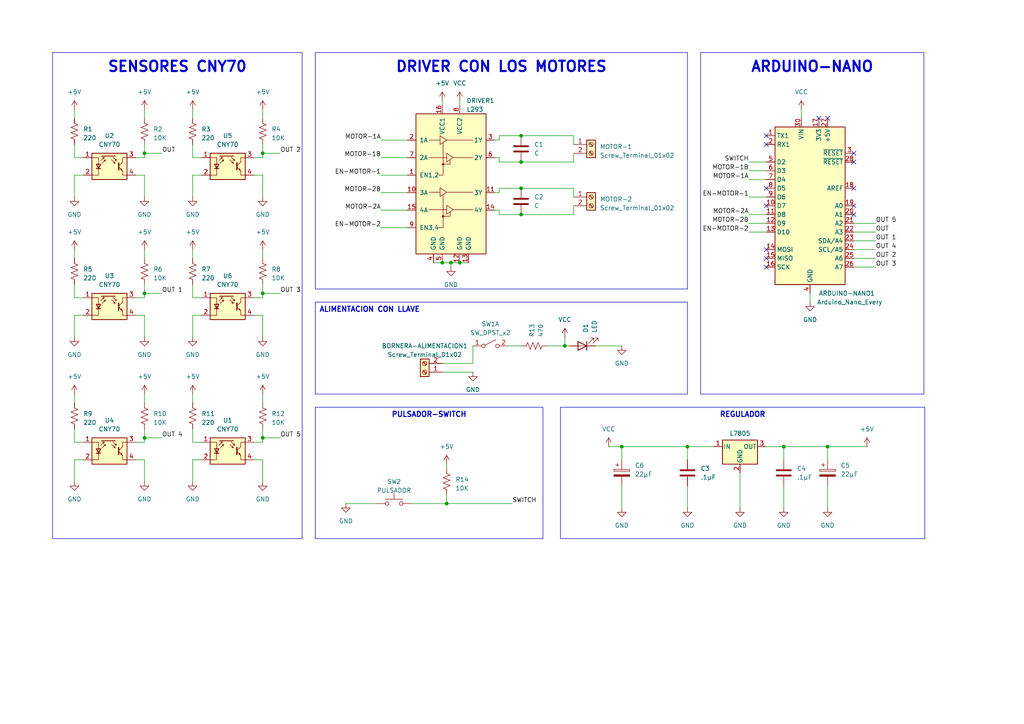
<source format=kicad_sch>
(kicad_sch (version 20231120) (generator "eeschema") (generator_version "8.0")
  (paper "A4")
  (lib_symbols
    (symbol "+5V_2" (power) (pin_numbers hide) (pin_names (offset 0) hide)
      (property "Value" "+5V" (at 0 3.556 0))
      (symbol "+5V_2_0_1"
        (polyline (pts (xy -0.762 1.27) (xy 0 2.54)))
        (polyline (pts (xy 0 0) (xy 0 2.54)))
        (polyline (pts (xy 0 2.54) (xy 0.762 1.27)))
      )
      (symbol "+5V_2_1_1"
        (pin power_in line (at 0 0 90) (length 0) (name "~") (number "1"))
      )
    )
    (symbol "+5V_3" (power) (pin_numbers hide) (pin_names (offset 0) hide)
      (property "Value" "+5V" (at 0 3.556 0))
      (symbol "+5V_3_0_1"
        (polyline (pts (xy -0.762 1.27) (xy 0 2.54)))
        (polyline (pts (xy 0 0) (xy 0 2.54)))
        (polyline (pts (xy 0 2.54) (xy 0.762 1.27)))
      )
      (symbol "+5V_3_1_1"
        (pin power_in line (at 0 0 90) (length 0) (name "~") (number "1"))
      )
    )
    (symbol "Connector:Screw_Terminal_01x02" (pin_names (offset 1.016) hide)
      (property "Reference" "J" (at 0 2.54 0))
      (property "Value" "Screw_Terminal_01x02" (at 0 -5.08 0))
      (symbol "Screw_Terminal_01x02_1_1"
        (rectangle (start -1.27 1.27) (end 1.27 -3.81) (stroke (width 0.254)) (fill (type background)))
        (circle (center 0 -2.54) (radius 0.635) (stroke (width 0.1524)))
        (polyline (pts (xy -0.5334 -2.2098) (xy 0.3302 -3.048)) (stroke (width 0.1524)))
        (polyline (pts (xy -0.5334 0.3302) (xy 0.3302 -0.508)) (stroke (width 0.1524)))
        (polyline (pts (xy -0.3556 -2.032) (xy 0.508 -2.8702)) (stroke (width 0.1524)))
        (polyline (pts (xy -0.3556 0.508) (xy 0.508 -0.3302)) (stroke (width 0.1524)))
        (circle (center 0 0) (radius 0.635) (stroke (width 0.1524)))
        (pin passive line (at -5.08 0 0) (length 3.81) (name "Pin_1") (number "1"))
        (pin passive line (at -5.08 -2.54 0) (length 3.81) (name "Pin_2") (number "2"))
      )
    )
    (symbol "Device:C" (pin_numbers hide) (pin_names (offset 0.254))
      (property "Reference" "C" (at 0.635 2.54 0))
      (property "Value" "C" (at 0.635 -2.54 0))
      (symbol "C_0_1"
        (polyline (pts (xy -2.032 -0.762) (xy 2.032 -0.762)) (stroke (width 0.508)))
        (polyline (pts (xy -2.032 0.762) (xy 2.032 0.762)) (stroke (width 0.508)))
      )
      (symbol "C_1_1"
        (pin passive line (at 0 3.81 270) (length 2.794) (name "~") (number "1"))
        (pin passive line (at 0 -3.81 90) (length 2.794) (name "~") (number "2"))
      )
    )
    (symbol "Device:C_Polarized" (pin_numbers hide) (pin_names (offset 0.254))
      (property "Reference" "C" (at 0.635 2.54 0))
      (property "Value" "C_Polarized" (at 0.635 -2.54 0))
      (symbol "C_Polarized_0_1"
        (rectangle (start -2.286 0.508) (end 2.286 1.016))
        (polyline (pts (xy -1.778 2.286) (xy -0.762 2.286)))
        (polyline (pts (xy -1.27 2.794) (xy -1.27 1.778)))
        (rectangle (start 2.286 -0.508) (end -2.286 -1.016) (fill (type outline)))
      )
      (symbol "C_Polarized_1_1"
        (pin passive line (at 0 3.81 270) (length 2.794) (name "~") (number "1"))
        (pin passive line (at 0 -3.81 90) (length 2.794) (name "~") (number "2"))
      )
    )
    (symbol "Device:LED" (pin_numbers hide) (pin_names (offset 1.016) hide)
      (property "Reference" "D" (at 0 2.54 0))
      (property "Value" "LED" (at 0 -2.54 0))
      (symbol "LED_0_1"
        (polyline (pts (xy -1.27 -1.27) (xy -1.27 1.27)) (stroke (width 0.254)))
        (polyline (pts (xy -1.27 0) (xy 1.27 0)))
        (polyline (pts (xy 1.27 -1.27) (xy 1.27 1.27) (xy -1.27 0) (xy 1.27 -1.27)) (stroke (width 0.254)))
        (polyline (pts (xy -3.048 -0.762) (xy -4.572 -2.286) (xy -3.81 -2.286) (xy -4.572 -2.286) (xy -4.572 -1.524)))
        (polyline (pts (xy -1.778 -0.762) (xy -3.302 -2.286) (xy -2.54 -2.286) (xy -3.302 -2.286) (xy -3.302 -1.524)))
      )
      (symbol "LED_1_1"
        (pin passive line (at -3.81 0 0) (length 2.54) (name "K") (number "1"))
        (pin passive line (at 3.81 0 180) (length 2.54) (name "A") (number "2"))
      )
    )
    (symbol "Device:R_US" (pin_numbers hide) (pin_names (offset 0))
      (property "Reference" "R" (at 2.54 0 90))
      (property "Value" "R_US" (at -2.54 0 90))
      (symbol "R_US_0_1"
        (polyline (pts (xy 0 -2.286) (xy 0 -2.54)))
        (polyline (pts (xy 0 2.286) (xy 0 2.54)))
        (polyline (pts (xy 0 -0.762) (xy 1.016 -1.143) (xy 0 -1.524) (xy -1.016 -1.905) (xy 0 -2.286)))
        (polyline (pts (xy 0 0.762) (xy 1.016 0.381) (xy 0 0) (xy -1.016 -0.381) (xy 0 -0.762)))
        (polyline (pts (xy 0 2.286) (xy 1.016 1.905) (xy 0 1.524) (xy -1.016 1.143) (xy 0 0.762)))
      )
      (symbol "R_US_1_1"
        (pin passive line (at 0 3.81 270) (length 1.27) (name "~") (number "1"))
        (pin passive line (at 0 -3.81 90) (length 1.27) (name "~") (number "2"))
      )
    )
    (symbol "Driver_Motor:L293" (pin_names (offset 1.016))
      (property "Reference" "U" (at -5.08 26.035 0))
      (property "Value" "L293" (at -5.08 24.13 0))
      (symbol "L293_0_1"
        (rectangle (start -10.16 22.86) (end 10.16 -17.78) (stroke (width 0.254)) (fill (type background)))
        (circle (center -2.286 -6.858) (radius 0.254) (fill (type outline)))
        (circle (center -2.286 8.255) (radius 0.254) (fill (type outline)))
        (polyline (pts (xy -6.35 -4.953) (xy -1.27 -4.953)))
        (polyline (pts (xy -6.35 0.127) (xy -3.175 0.127)))
        (polyline (pts (xy -6.35 10.16) (xy -1.27 10.16)))
        (polyline (pts (xy -6.35 15.24) (xy -3.175 15.24)))
        (polyline (pts (xy -1.27 0.127) (xy 6.35 0.127)))
        (polyline (pts (xy -1.27 15.24) (xy 6.35 15.24)))
        (polyline (pts (xy 0.635 -4.953) (xy 6.35 -4.953)))
        (polyline (pts (xy 0.635 10.16) (xy 6.35 10.16)))
        (polyline (pts (xy -2.286 -6.858) (xy -0.254 -6.858) (xy -0.254 -5.588)))
        (polyline (pts (xy -2.286 -0.635) (xy -2.286 -10.16) (xy -3.556 -10.16)))
        (polyline (pts (xy -2.286 8.255) (xy -0.254 8.255) (xy -0.254 9.525)))
        (polyline (pts (xy -2.286 14.478) (xy -2.286 5.08) (xy -3.556 5.08)))
        (polyline (pts (xy -3.175 1.397) (xy -3.175 -1.143) (xy -1.27 0.127) (xy -3.175 1.397)))
        (polyline (pts (xy -3.175 16.51) (xy -3.175 13.97) (xy -1.27 15.24) (xy -3.175 16.51)))
        (polyline (pts (xy -1.27 -3.683) (xy -1.27 -6.223) (xy 0.635 -4.953) (xy -1.27 -3.683)))
        (polyline (pts (xy -1.27 11.43) (xy -1.27 8.89) (xy 0.635 10.16) (xy -1.27 11.43)))
      )
      (symbol "L293_1_1"
        (pin input line (at -12.7 5.08 0) (length 2.54) (name "EN1,2") (number "1"))
        (pin input line (at -12.7 0 0) (length 2.54) (name "3A") (number "10"))
        (pin output line (at 12.7 0 180) (length 2.54) (name "3Y") (number "11"))
        (pin power_in line (at 2.54 -20.32 90) (length 2.54) (name "GND") (number "12"))
        (pin power_in line (at 5.08 -20.32 90) (length 2.54) (name "GND") (number "13"))
        (pin output line (at 12.7 -5.08 180) (length 2.54) (name "4Y") (number "14"))
        (pin input line (at -12.7 -5.08 0) (length 2.54) (name "4A") (number "15"))
        (pin power_in line (at -2.54 25.4 270) (length 2.54) (name "VCC1") (number "16"))
        (pin input line (at -12.7 15.24 0) (length 2.54) (name "1A") (number "2"))
        (pin output line (at 12.7 15.24 180) (length 2.54) (name "1Y") (number "3"))
        (pin power_in line (at -5.08 -20.32 90) (length 2.54) (name "GND") (number "4"))
        (pin power_in line (at -2.54 -20.32 90) (length 2.54) (name "GND") (number "5"))
        (pin output line (at 12.7 10.16 180) (length 2.54) (name "2Y") (number "6"))
        (pin input line (at -12.7 10.16 0) (length 2.54) (name "2A") (number "7"))
        (pin power_in line (at 2.54 25.4 270) (length 2.54) (name "VCC2") (number "8"))
        (pin input line (at -12.7 -10.16 0) (length 2.54) (name "EN3,4") (number "9"))
      )
    )
    (symbol "GND_2" (power) (pin_numbers hide) (pin_names (offset 0) hide)
      (property "Value" "GND" (at 0 -3.81 0))
      (symbol "GND_2_0_1"
        (polyline (pts (xy 0 0) (xy 0 -1.27) (xy 1.27 -1.27) (xy 0 -2.54) (xy -1.27 -1.27) (xy 0 -1.27)))
      )
      (symbol "GND_2_1_1"
        (pin power_in line (at 0 0 270) (length 0) (name "~") (number "1"))
      )
    )
    (symbol "GND_5" (power) (pin_numbers hide) (pin_names (offset 0) hide)
      (property "Value" "GND" (at 0 -3.81 0))
      (symbol "GND_5_0_1"
        (polyline (pts (xy 0 0) (xy 0 -1.27) (xy 1.27 -1.27) (xy 0 -2.54) (xy -1.27 -1.27) (xy 0 -1.27)))
      )
      (symbol "GND_5_1_1"
        (pin power_in line (at 0 0 270) (length 0) (name "~") (number "1"))
      )
    )
    (symbol "GND_6" (power) (pin_numbers hide) (pin_names (offset 0) hide)
      (property "Value" "GND" (at 0 -3.81 0))
      (symbol "GND_6_0_1"
        (polyline (pts (xy 0 0) (xy 0 -1.27) (xy 1.27 -1.27) (xy 0 -2.54) (xy -1.27 -1.27) (xy 0 -1.27)))
      )
      (symbol "GND_6_1_1"
        (pin power_in line (at 0 0 270) (length 0) (name "~") (number "1"))
      )
    )
    (symbol "GND_7" (power) (pin_numbers hide) (pin_names (offset 0) hide)
      (property "Value" "GND" (at 0 -3.81 0))
      (symbol "GND_7_0_1"
        (polyline (pts (xy 0 0) (xy 0 -1.27) (xy 1.27 -1.27) (xy 0 -2.54) (xy -1.27 -1.27) (xy 0 -1.27)))
      )
      (symbol "GND_7_1_1"
        (pin power_in line (at 0 0 270) (length 0) (name "~") (number "1"))
      )
    )
    (symbol "MCU_Module:Arduino_Nano_Every"
      (property "Reference" "A" (at -10.16 23.495 0))
      (property "Value" "Arduino_Nano_Every" (at 5.08 -24.13 0))
      (symbol "Arduino_Nano_Every_0_1"
        (rectangle (start -10.16 22.86) (end 10.16 -22.86) (stroke (width 0.254)) (fill (type background)))
      )
      (symbol "Arduino_Nano_Every_1_1"
        (pin bidirectional line (at -12.7 20.32 0) (length 2.54) (name "TX1") (number "1"))
        (pin bidirectional line (at -12.7 0 0) (length 2.54) (name "D7") (number "10"))
        (pin bidirectional line (at -12.7 -2.54 0) (length 2.54) (name "D8") (number "11"))
        (pin bidirectional line (at -12.7 -5.08 0) (length 2.54) (name "D9") (number "12"))
        (pin bidirectional line (at -12.7 -7.62 0) (length 2.54) (name "D10") (number "13"))
        (pin bidirectional line (at -12.7 -12.7 0) (length 2.54) (name "MOSI") (number "14"))
        (pin bidirectional line (at -12.7 -15.24 0) (length 2.54) (name "MISO") (number "15"))
        (pin bidirectional line (at -12.7 -17.78 0) (length 2.54) (name "SCK") (number "16"))
        (pin power_out line (at 2.54 25.4 270) (length 2.54) (name "3V3") (number "17"))
        (pin input line (at 12.7 5.08 180) (length 2.54) (name "AREF") (number "18"))
        (pin bidirectional line (at 12.7 0 180) (length 2.54) (name "A0") (number "19"))
        (pin bidirectional line (at -12.7 17.78 0) (length 2.54) (name "RX1") (number "2"))
        (pin bidirectional line (at 12.7 -2.54 180) (length 2.54) (name "A1") (number "20"))
        (pin bidirectional line (at 12.7 -5.08 180) (length 2.54) (name "A2") (number "21"))
        (pin bidirectional line (at 12.7 -7.62 180) (length 2.54) (name "A3") (number "22"))
        (pin bidirectional line (at 12.7 -10.16 180) (length 2.54) (name "SDA/A4") (number "23"))
        (pin bidirectional line (at 12.7 -12.7 180) (length 2.54) (name "SCL/A5") (number "24"))
        (pin bidirectional line (at 12.7 -15.24 180) (length 2.54) (name "A6") (number "25"))
        (pin bidirectional line (at 12.7 -17.78 180) (length 2.54) (name "A7") (number "26"))
        (pin power_out line (at 5.08 25.4 270) (length 2.54) (name "+5V") (number "27"))
        (pin input line (at 12.7 12.7 180) (length 2.54) (name "~{RESET}") (number "28"))
        (pin passive line (at 0 -25.4 90) (length 2.54) hide (name "GND") (number "29"))
        (pin input line (at 12.7 15.24 180) (length 2.54) (name "~{RESET}") (number "3"))
        (pin power_in line (at -2.54 25.4 270) (length 2.54) (name "VIN") (number "30"))
        (pin power_in line (at 0 -25.4 90) (length 2.54) (name "GND") (number "4"))
        (pin bidirectional line (at -12.7 12.7 0) (length 2.54) (name "D2") (number "5"))
        (pin bidirectional line (at -12.7 10.16 0) (length 2.54) (name "D3") (number "6"))
        (pin bidirectional line (at -12.7 7.62 0) (length 2.54) (name "D4") (number "7"))
        (pin bidirectional line (at -12.7 5.08 0) (length 2.54) (name "D5") (number "8"))
        (pin bidirectional line (at -12.7 2.54 0) (length 2.54) (name "D6") (number "9"))
      )
    )
    (symbol "Regulator_Linear:L7805" (pin_names (offset 0.254))
      (property "Reference" "U" (at -3.81 3.175 0))
      (property "Value" "L7805" (at 0 3.175 0))
      (symbol "L7805_0_1"
        (rectangle (start -5.08 1.905) (end 5.08 -5.08) (stroke (width 0.254)) (fill (type background)))
      )
      (symbol "L7805_1_1"
        (pin power_in line (at -7.62 0 0) (length 2.54) (name "IN") (number "1"))
        (pin power_in line (at 0 -7.62 90) (length 2.54) (name "GND") (number "2"))
        (pin power_out line (at 7.62 0 180) (length 2.54) (name "OUT") (number "3"))
      )
    )
    (symbol "Sensor_Proximity:CNY70" (pin_names (offset 1.016) hide)
      (property "Reference" "U" (at -5.08 5.08 0))
      (property "Value" "CNY70" (at 5.08 5.08 0))
      (symbol "CNY70_0_1"
        (polyline (pts (xy -3.81 -0.635) (xy -2.54 -0.635)) (stroke (width 0.254)))
        (polyline (pts (xy -2.286 2.921) (xy -2.032 3.175)))
        (polyline (pts (xy -1.778 2.921) (xy -1.524 3.175)))
        (polyline (pts (xy -1.524 2.667) (xy -1.651 2.159)))
        (polyline (pts (xy -1.27 2.921) (xy -1.016 3.175)))
        (polyline (pts (xy -1.143 1.905) (xy -1.27 1.397)))
        (polyline (pts (xy -0.762 2.921) (xy -0.508 3.175)))
        (polyline (pts (xy -0.254 2.921) (xy 0 3.175)))
        (polyline (pts (xy 0.254 2.921) (xy 0.508 3.175)))
        (polyline (pts (xy 0.762 2.921) (xy 1.016 3.175)))
        (polyline (pts (xy 1.27 2.921) (xy 1.524 3.175)))
        (polyline (pts (xy 1.651 0.889) (xy 1.143 1.016)))
        (polyline (pts (xy 1.778 2.921) (xy -2.413 2.921)))
        (polyline (pts (xy 2.032 1.651) (xy 1.524 1.778)))
        (polyline (pts (xy 2.667 -0.127) (xy 3.81 -1.27)))
        (polyline (pts (xy 2.667 0.127) (xy 3.81 1.27)))
        (polyline (pts (xy -2.54 1.651) (xy -1.524 2.667) (xy -2.032 2.54)))
        (polyline (pts (xy -2.159 0.889) (xy -1.143 1.905) (xy -1.651 1.778)))
        (polyline (pts (xy 0.635 1.905) (xy 1.651 0.889) (xy 1.524 1.397)))
        (polyline (pts (xy 1.016 2.667) (xy 2.032 1.651) (xy 1.905 2.159)))
        (polyline (pts (xy 2.667 1.016) (xy 2.667 -1.016) (xy 2.667 -1.016)) (stroke (width 0.3556)))
        (polyline (pts (xy 3.81 -1.27) (xy 3.81 -2.54) (xy 5.08 -2.54)))
        (polyline (pts (xy 3.81 1.27) (xy 3.81 2.54) (xy 5.08 2.54)))
        (polyline (pts (xy -5.08 -2.54) (xy -3.175 -2.54) (xy -3.175 2.54) (xy -5.08 2.54)))
        (polyline (pts (xy -3.175 -0.635) (xy -3.81 0.635) (xy -2.54 0.635) (xy -3.175 -0.635)) (stroke (width 0.254)))
        (polyline (pts (xy 3.683 -1.143) (xy 3.429 -0.635) (xy 3.175 -0.889) (xy 3.683 -1.143)))
        (polyline (pts (xy -5.08 -3.81) (xy 5.08 -3.81) (xy 5.08 3.81) (xy -5.08 3.81) (xy -5.08 -3.81)) (stroke (width 0.254)) (fill (type background)))
      )
      (symbol "CNY70_1_1"
        (pin passive line (at -7.62 2.54 0) (length 2.54) (name "A") (number "1"))
        (pin passive line (at -7.62 -2.54 0) (length 2.54) (name "K") (number "2"))
        (pin open_collector line (at 7.62 2.54 180) (length 2.54) (name "C") (number "3"))
        (pin open_emitter line (at 7.62 -2.54 180) (length 2.54) (name "E") (number "4"))
      )
    )
    (symbol "Switch:SW_DPST_x2" (pin_names (offset 0) hide)
      (property "Reference" "SW" (at 0 3.175 0))
      (property "Value" "SW_DPST_x2" (at 0 -2.54 0))
      (symbol "SW_DPST_x2_0_0"
        (circle (center -2.032 0) (radius 0.508))
        (polyline (pts (xy -1.524 0.254) (xy 1.524 1.778)))
        (circle (center 2.032 0) (radius 0.508))
      )
      (symbol "SW_DPST_x2_1_1"
        (pin passive line (at -5.08 0 0) (length 2.54) (name "A") (number "1"))
        (pin passive line (at 5.08 0 180) (length 2.54) (name "B") (number "2"))
      )
      (symbol "SW_DPST_x2_2_1"
        (pin passive line (at -5.08 0 0) (length 2.54) (name "A") (number "3"))
        (pin passive line (at 5.08 0 180) (length 2.54) (name "B") (number "4"))
      )
    )
    (symbol "Switch:SW_Push" (pin_numbers hide) (pin_names (offset 1.016) hide)
      (property "Reference" "SW" (at 1.27 2.54 0))
      (property "Value" "SW_Push" (at 0 -1.524 0))
      (symbol "SW_Push_0_1"
        (circle (center -2.032 0) (radius 0.508))
        (polyline (pts (xy 0 1.27) (xy 0 3.048)))
        (polyline (pts (xy 2.54 1.27) (xy -2.54 1.27)))
        (circle (center 2.032 0) (radius 0.508))
        (pin passive line (at -5.08 0 0) (length 2.54) (name "1") (number "1"))
        (pin passive line (at 5.08 0 180) (length 2.54) (name "2") (number "2"))
      )
    )
    (symbol "VCC_1" (power) (pin_numbers hide) (pin_names (offset 0) hide)
      (property "Value" "VCC" (at 0 3.556 0))
      (symbol "VCC_1_0_1"
        (polyline (pts (xy -0.762 1.27) (xy 0 2.54)))
        (polyline (pts (xy 0 0) (xy 0 2.54)))
        (polyline (pts (xy 0 2.54) (xy 0.762 1.27)))
      )
      (symbol "VCC_1_1_1"
        (pin power_in line (at 0 0 90) (length 0) (name "~") (number "1"))
      )
    )
    (symbol "VCC_5" (power) (pin_numbers hide) (pin_names (offset 0) hide)
      (property "Value" "VCC" (at 0 3.556 0))
      (symbol "VCC_5_0_1"
        (polyline (pts (xy -0.762 1.27) (xy 0 2.54)))
        (polyline (pts (xy 0 0) (xy 0 2.54)))
        (polyline (pts (xy 0 2.54) (xy 0.762 1.27)))
      )
      (symbol "VCC_5_1_1"
        (pin power_in line (at 0 0 90) (length 0) (name "~") (number "1"))
      )
    )
    (symbol "power:+5V" (power) (pin_numbers hide) (pin_names (offset 0) hide)
      (property "Value" "+5V" (at 0 3.556 0))
      (symbol "+5V_0_1"
        (polyline (pts (xy -0.762 1.27) (xy 0 2.54)))
        (polyline (pts (xy 0 0) (xy 0 2.54)))
        (polyline (pts (xy 0 2.54) (xy 0.762 1.27)))
      )
      (symbol "+5V_1_1"
        (pin power_in line (at 0 0 90) (length 0) (name "~") (number "1"))
      )
    )
    (symbol "power:VCC" (power) (pin_numbers hide) (pin_names (offset 0) hide)
      (property "Value" "VCC" (at 0 3.556 0))
      (symbol "VCC_0_1"
        (polyline (pts (xy -0.762 1.27) (xy 0 2.54)))
        (polyline (pts (xy 0 0) (xy 0 2.54)))
        (polyline (pts (xy 0 2.54) (xy 0.762 1.27)))
      )
      (symbol "VCC_1_1"
        (pin power_in line (at 0 0 90) (length 0) (name "~") (number "1"))
      )
    )
  )
  (junction (at 227.33 129.54))
  (junction (at 129.54 146.05))
  (junction (at 240.03 129.54))
  (junction (at 41.91 44.45))
  (junction (at 128.27 76.2))
  (junction (at 41.91 85.09))
  (junction (at 76.2 85.09))
  (junction (at 199.39 129.54))
  (junction (at 151.13 46.99))
  (junction (at 151.13 54.61))
  (junction (at 133.35 76.2))
  (junction (at 163.83 100.33))
  (junction (at 76.2 127))
  (junction (at 41.91 127))
  (junction (at 180.34 129.54))
  (junction (at 130.81 76.2))
  (junction (at 151.13 62.23))
  (junction (at 76.2 44.45))
  (junction (at 151.13 39.37))
  (no_connect (at 222.25 39.37))
  (no_connect (at 247.65 62.23))
  (no_connect (at 247.65 59.69))
  (no_connect (at 222.25 54.61))
  (no_connect (at 222.25 72.39))
  (no_connect (at 247.65 44.45))
  (no_connect (at 222.25 59.69))
  (no_connect (at 240.03 34.29))
  (no_connect (at 247.65 54.61))
  (no_connect (at 222.25 41.91))
  (no_connect (at 237.49 34.29))
  (no_connect (at 222.25 77.47))
  (no_connect (at 222.25 74.93))
  (no_connect (at 247.65 46.99))
  (wire (pts (xy 129.54 134.62) (xy 129.54 135.89)))
  (wire (pts (xy 41.91 44.45) (xy 46.99 44.45)))
  (wire (pts (xy 143.51 45.72) (xy 144.78 45.72)))
  (wire (pts (xy 143.51 40.64) (xy 144.78 40.64)))
  (wire (pts (xy 73.66 86.36) (xy 76.2 86.36)))
  (wire (pts (xy 247.65 67.31) (xy 254 67.31)))
  (wire (pts (xy 129.54 146.05) (xy 119.38 146.05)))
  (wire (pts (xy 76.2 82.55) (xy 76.2 85.09)))
  (wire (pts (xy 217.17 46.99) (xy 222.25 46.99)))
  (wire (pts (xy 180.34 133.35) (xy 180.34 129.54)))
  (wire (pts (xy 133.35 29.21) (xy 133.35 30.48)))
  (wire (pts (xy 217.17 57.15) (xy 222.25 57.15)))
  (wire (pts (xy 76.2 31.75) (xy 76.2 34.29)))
  (wire (pts (xy 166.37 46.99) (xy 166.37 44.45)))
  (wire (pts (xy 128.27 107.95) (xy 137.16 107.95)))
  (wire (pts (xy 144.78 55.88) (xy 144.78 54.61)))
  (wire (pts (xy 110.49 50.8) (xy 118.11 50.8)))
  (wire (pts (xy 214.63 137.16) (xy 214.63 147.32)))
  (wire (pts (xy 41.91 114.3) (xy 41.91 116.84)))
  (wire (pts (xy 110.49 40.64) (xy 118.11 40.64)))
  (wire (pts (xy 73.66 133.35) (xy 76.2 133.35)))
  (wire (pts (xy 73.66 50.8) (xy 76.2 50.8)))
  (wire (pts (xy 21.59 72.39) (xy 21.59 74.93)))
  (wire (pts (xy 217.17 62.23) (xy 222.25 62.23)))
  (wire (pts (xy 199.39 140.97) (xy 199.39 147.32)))
  (wire (pts (xy 55.88 124.46) (xy 55.88 128.27)))
  (wire (pts (xy 247.65 74.93) (xy 254 74.93)))
  (wire (pts (xy 21.59 91.44) (xy 21.59 97.79)))
  (wire (pts (xy 247.65 69.85) (xy 254 69.85)))
  (wire (pts (xy 144.78 54.61) (xy 151.13 54.61)))
  (wire (pts (xy 128.27 76.2) (xy 130.81 76.2)))
  (wire (pts (xy 133.35 76.2) (xy 135.89 76.2)))
  (wire (pts (xy 55.88 133.35) (xy 55.88 139.7)))
  (wire (pts (xy 41.91 127) (xy 41.91 128.27)))
  (wire (pts (xy 180.34 129.54) (xy 199.39 129.54)))
  (wire (pts (xy 39.37 45.72) (xy 41.91 45.72)))
  (wire (pts (xy 55.88 86.36) (xy 58.42 86.36)))
  (wire (pts (xy 129.54 146.05) (xy 129.54 143.51)))
  (wire (pts (xy 24.13 50.8) (xy 21.59 50.8)))
  (wire (pts (xy 217.17 67.31) (xy 222.25 67.31)))
  (wire (pts (xy 137.16 100.33) (xy 137.16 105.41)))
  (wire (pts (xy 21.59 86.36) (xy 24.13 86.36)))
  (wire (pts (xy 76.2 50.8) (xy 76.2 57.15)))
  (wire (pts (xy 21.59 114.3) (xy 21.59 116.84)))
  (wire (pts (xy 21.59 124.46) (xy 21.59 128.27)))
  (wire (pts (xy 217.17 52.07) (xy 222.25 52.07)))
  (wire (pts (xy 55.88 114.3) (xy 55.88 116.84)))
  (wire (pts (xy 163.83 97.79) (xy 163.83 100.33)))
  (wire (pts (xy 100.33 146.05) (xy 109.22 146.05)))
  (wire (pts (xy 172.72 100.33) (xy 180.34 100.33)))
  (wire (pts (xy 55.88 91.44) (xy 55.88 97.79)))
  (wire (pts (xy 129.54 146.05) (xy 148.59 146.05)))
  (wire (pts (xy 110.49 55.88) (xy 118.11 55.88)))
  (wire (pts (xy 55.88 128.27) (xy 58.42 128.27)))
  (wire (pts (xy 180.34 147.32) (xy 180.34 140.97)))
  (wire (pts (xy 39.37 91.44) (xy 41.91 91.44)))
  (wire (pts (xy 217.17 49.53) (xy 222.25 49.53)))
  (wire (pts (xy 144.78 46.99) (xy 151.13 46.99)))
  (wire (pts (xy 73.66 91.44) (xy 76.2 91.44)))
  (wire (pts (xy 240.03 133.35) (xy 240.03 129.54)))
  (wire (pts (xy 41.91 85.09) (xy 41.91 86.36)))
  (wire (pts (xy 73.66 128.27) (xy 76.2 128.27)))
  (wire (pts (xy 222.25 129.54) (xy 227.33 129.54)))
  (wire (pts (xy 41.91 44.45) (xy 41.91 41.91)))
  (wire (pts (xy 166.37 54.61) (xy 166.37 57.15)))
  (wire (pts (xy 76.2 85.09) (xy 81.28 85.09)))
  (wire (pts (xy 76.2 124.46) (xy 76.2 127)))
  (wire (pts (xy 39.37 133.35) (xy 41.91 133.35)))
  (wire (pts (xy 110.49 60.96) (xy 118.11 60.96)))
  (wire (pts (xy 234.95 85.09) (xy 234.95 87.63)))
  (wire (pts (xy 21.59 128.27) (xy 24.13 128.27)))
  (wire (pts (xy 55.88 41.91) (xy 55.88 45.72)))
  (wire (pts (xy 176.53 129.54) (xy 180.34 129.54)))
  (wire (pts (xy 41.91 72.39) (xy 41.91 74.93)))
  (wire (pts (xy 125.73 76.2) (xy 128.27 76.2)))
  (wire (pts (xy 144.78 39.37) (xy 151.13 39.37)))
  (wire (pts (xy 41.91 31.75) (xy 41.91 34.29)))
  (wire (pts (xy 166.37 62.23) (xy 166.37 59.69)))
  (wire (pts (xy 227.33 133.35) (xy 227.33 129.54)))
  (wire (pts (xy 55.88 31.75) (xy 55.88 34.29)))
  (wire (pts (xy 41.91 50.8) (xy 41.91 57.15)))
  (wire (pts (xy 128.27 29.21) (xy 128.27 30.48)))
  (wire (pts (xy 24.13 91.44) (xy 21.59 91.44)))
  (wire (pts (xy 144.78 45.72) (xy 144.78 46.99)))
  (wire (pts (xy 137.16 105.41) (xy 128.27 105.41)))
  (wire (pts (xy 163.83 100.33) (xy 165.1 100.33)))
  (wire (pts (xy 130.81 76.2) (xy 130.81 77.47)))
  (wire (pts (xy 151.13 54.61) (xy 166.37 54.61)))
  (wire (pts (xy 76.2 72.39) (xy 76.2 74.93)))
  (wire (pts (xy 39.37 50.8) (xy 41.91 50.8)))
  (wire (pts (xy 41.91 133.35) (xy 41.91 139.7)))
  (wire (pts (xy 55.88 45.72) (xy 58.42 45.72)))
  (wire (pts (xy 76.2 127) (xy 81.28 127)))
  (wire (pts (xy 166.37 39.37) (xy 166.37 41.91)))
  (wire (pts (xy 144.78 62.23) (xy 151.13 62.23)))
  (wire (pts (xy 76.2 114.3) (xy 76.2 116.84)))
  (wire (pts (xy 110.49 45.72) (xy 118.11 45.72)))
  (wire (pts (xy 39.37 128.27) (xy 41.91 128.27)))
  (wire (pts (xy 110.49 66.04) (xy 118.11 66.04)))
  (wire (pts (xy 151.13 46.99) (xy 166.37 46.99)))
  (wire (pts (xy 39.37 86.36) (xy 41.91 86.36)))
  (wire (pts (xy 73.66 45.72) (xy 76.2 45.72)))
  (wire (pts (xy 217.17 64.77) (xy 222.25 64.77)))
  (wire (pts (xy 58.42 133.35) (xy 55.88 133.35)))
  (wire (pts (xy 58.42 91.44) (xy 55.88 91.44)))
  (wire (pts (xy 21.59 41.91) (xy 21.59 45.72)))
  (wire (pts (xy 151.13 62.23) (xy 166.37 62.23)))
  (wire (pts (xy 76.2 133.35) (xy 76.2 139.7)))
  (wire (pts (xy 21.59 133.35) (xy 21.59 139.7)))
  (wire (pts (xy 55.88 50.8) (xy 58.42 50.8)))
  (wire (pts (xy 41.91 45.72) (xy 41.91 44.45)))
  (wire (pts (xy 227.33 140.97) (xy 227.33 147.32)))
  (wire (pts (xy 143.51 60.96) (xy 144.78 60.96)))
  (wire (pts (xy 227.33 129.54) (xy 240.03 129.54)))
  (wire (pts (xy 147.32 100.33) (xy 151.13 100.33)))
  (wire (pts (xy 247.65 77.47) (xy 254 77.47)))
  (wire (pts (xy 76.2 127) (xy 76.2 128.27)))
  (wire (pts (xy 76.2 41.91) (xy 76.2 44.45)))
  (wire (pts (xy 41.91 124.46) (xy 41.91 127)))
  (wire (pts (xy 41.91 82.55) (xy 41.91 85.09)))
  (wire (pts (xy 41.91 85.09) (xy 46.99 85.09)))
  (wire (pts (xy 55.88 72.39) (xy 55.88 74.93)))
  (wire (pts (xy 24.13 133.35) (xy 21.59 133.35)))
  (wire (pts (xy 144.78 40.64) (xy 144.78 39.37)))
  (wire (pts (xy 21.59 45.72) (xy 24.13 45.72)))
  (wire (pts (xy 76.2 44.45) (xy 76.2 45.72)))
  (wire (pts (xy 143.51 55.88) (xy 144.78 55.88)))
  (wire (pts (xy 130.81 76.2) (xy 133.35 76.2)))
  (wire (pts (xy 76.2 85.09) (xy 76.2 86.36)))
  (wire (pts (xy 151.13 39.37) (xy 166.37 39.37)))
  (wire (pts (xy 55.88 50.8) (xy 55.88 57.15)))
  (wire (pts (xy 240.03 140.97) (xy 240.03 147.32)))
  (wire (pts (xy 247.65 64.77) (xy 254 64.77)))
  (wire (pts (xy 41.91 91.44) (xy 41.91 97.79)))
  (wire (pts (xy 21.59 50.8) (xy 21.59 57.15)))
  (wire (pts (xy 144.78 60.96) (xy 144.78 62.23)))
  (wire (pts (xy 232.41 31.75) (xy 232.41 34.29)))
  (wire (pts (xy 55.88 82.55) (xy 55.88 86.36)))
  (wire (pts (xy 76.2 91.44) (xy 76.2 97.79)))
  (wire (pts (xy 41.91 127) (xy 46.99 127)))
  (wire (pts (xy 247.65 72.39) (xy 254 72.39)))
  (wire (pts (xy 199.39 133.35) (xy 199.39 129.54)))
  (wire (pts (xy 76.2 44.45) (xy 81.28 44.45)))
  (wire (pts (xy 199.39 129.54) (xy 207.01 129.54)))
  (wire (pts (xy 158.75 100.33) (xy 163.83 100.33)))
  (wire (pts (xy 21.59 31.75) (xy 21.59 34.29)))
  (wire (pts (xy 21.59 82.55) (xy 21.59 86.36)))
  (wire (pts (xy 240.03 129.54) (xy 251.46 129.54)))
  (image (at 364.49 54.61) (scale 0.354327))
  (text_box "DRIVER CON LOS MOTORES" (at 91.44 15.24 0) (size 107.95 68.58) (effects (font (size 3 3) (thickness 0.6) (bold yes)) (justify top)))
  (text_box "ALIMENTACION CON LLAVE" (at 91.44 87.63 0) (size 107.95 26.67) (effects (font (size 1.5 1.5) (bold yes)) (justify left top)))
  (text_box "PULSADOR-SWITCH" (at 91.44 118.11 0) (size 66.04 38.1) (effects (font (size 1.5 1.5) (thickness 0.3) (bold yes)) (justify top)))
  (text_box "REGULADOR" (at 162.56 118.11 0) (size 105.664 38.1) (effects (font (size 1.5 1.5) (bold yes)) (justify top)))
  (text_box "ARDUINO-NANO" (at 203.2 15.24 0) (size 64.77 99.06) (effects (font (size 3 3) (thickness 0.6) (bold yes)) (justify top)))
  (text_box "SENSORES CNY70" (at 15.24 15.24 0) (size 72.39 140.97) (effects (font (size 3 3) (bold yes)) (justify top)))
  (label "MOTOR-1B" (at 110.49 45.72 180))
  (label "OUT 4" (at 46.99 127 0))
  (label "MOTOR-2A" (at 217.17 62.23 180))
  (label "OUT 2" (at 254 74.93 0))
  (label "MOTOR-1A" (at 110.49 40.64 180))
  (label "OUT 4" (at 254 72.39 0))
  (label "MOTOR-2B" (at 110.49 55.88 180))
  (label "EN-MOTOR-1" (at 110.49 50.8 180))
  (label "OUT 1" (at 254 69.85 0))
  (label "SWITCH" (at 217.17 46.99 180))
  (label "MOTOR-1B" (at 217.17 49.53 180))
  (label "OUT 1" (at 46.99 85.09 0))
  (label "OUT 2" (at 81.28 44.45 0))
  (label "EN-MOTOR-2" (at 217.17 67.31 180))
  (label "OUT 3" (at 254 77.47 0))
  (label "SWITCH" (at 148.59 146.05 0))
  (label "OUT 5" (at 81.28 127 0))
  (label "MOTOR-2B" (at 217.17 64.77 180))
  (label "OUT 3" (at 81.28 85.09 0))
  (label "OUT 5" (at 254 64.77 0))
  (label "MOTOR-2A" (at 110.49 60.96 180))
  (label "EN-MOTOR-2" (at 110.49 66.04 180))
  (label "OUT" (at 254 67.31 0))
  (label "EN-MOTOR-1" (at 217.17 57.15 180))
  (label "MOTOR-1A" (at 217.17 52.07 180))
  (label "OUT" (at 46.99 44.45 0))
  (symbol (lib_id "Device:C") (at 227.33 137.16 180) (unit 1)
    (property "Reference" "C4" (at 231.14 135.8899 0) (effects (justify right)))
    (property "Value" ".1μF" (at 231.14 138.4299 0) (effects (justify right)))
    (property "Footprint" "Capacitor_THT:CP_Radial_Tantal_D4.5mm_P2.50mm" (effects (hide yes)))
    (property "Description" "Unpolarized capacitor" (effects (hide yes)))
  )
  (symbol (lib_name "+5V_2") (lib_id "power:+5V") (at 41.91 31.75 0) (unit 1)
    (property "Reference" "#PWR042" (effects (hide yes)))
    (property "Value" "+5V" (at 41.91 26.67 0))
    (property "Description" "Power symbol creates a global label with name \"+5V\"" (effects (hide yes)))
  )
  (symbol (lib_name "+5V_2") (lib_id "power:+5V") (at 21.59 114.3 0) (unit 1)
    (property "Reference" "#PWR013" (effects (hide yes)))
    (property "Value" "+5V" (at 21.59 109.22 0))
    (property "Description" "Power symbol creates a global label with name \"+5V\"" (effects (hide yes)))
  )
  (symbol (lib_name "+5V_2") (lib_id "power:+5V") (at 55.88 114.3 0) (unit 1)
    (property "Reference" "#PWR015" (effects (hide yes)))
    (property "Value" "+5V" (at 55.88 109.22 0))
    (property "Description" "Power symbol creates a global label with name \"+5V\"" (effects (hide yes)))
  )
  (symbol (lib_id "Device:R_US") (at 41.91 78.74 0) (unit 1)
    (property "Reference" "R6" (at 44.45 78.105 0) (effects (justify left)))
    (property "Value" "10K" (at 44.45 80.645 0) (effects (justify left)))
    (property "Footprint" "Resistor_THT:R_Axial_DIN0204_L3.6mm_D1.6mm_P7.62mm_Horizontal" (effects (hide yes)))
  )
  (symbol (lib_name "+5V_2") (lib_id "power:+5V") (at 41.91 72.39 0) (unit 1)
    (property "Reference" "#PWR04" (effects (hide yes)))
    (property "Value" "+5V" (at 41.91 67.31 0))
    (property "Description" "Power symbol creates a global label with name \"+5V\"" (effects (hide yes)))
  )
  (symbol (lib_id "power:+5V") (at 129.54 134.62 0) (unit 1)
    (property "Reference" "#PWR010" (effects (hide yes)))
    (property "Value" "+5V" (at 129.54 129.54 0))
    (property "Description" "Power symbol creates a global label with name \"+5V\"" (effects (hide yes)))
  )
  (symbol (lib_name "GND_7") (lib_id "power:GND") (at 21.59 57.15 0) (unit 1)
    (property "Reference" "#PWR03" (effects (hide yes)))
    (property "Value" "GND" (at 21.59 62.23 0))
    (property "Description" "Power symbol creates a global label with name \"GND\" , ground" (effects (hide yes)))
  )
  (symbol (lib_name "GND_7") (lib_id "power:GND") (at 55.88 139.7 0) (unit 1)
    (property "Reference" "#PWR038" (effects (hide yes)))
    (property "Value" "GND" (at 55.88 144.78 0))
    (property "Description" "Power symbol creates a global label with name \"GND\" , ground" (effects (hide yes)))
  )
  (symbol (lib_id "Device:R_US") (at 41.91 120.65 0) (unit 1)
    (property "Reference" "R10" (at 44.45 120.015 0) (effects (justify left)))
    (property "Value" "10K" (at 44.45 122.555 0) (effects (justify left)))
    (property "Footprint" "Resistor_THT:R_Axial_DIN0204_L3.6mm_D1.6mm_P7.62mm_Horizontal" (effects (hide yes)))
  )
  (symbol (lib_id "Device:C") (at 199.39 137.16 0) (unit 1)
    (property "Reference" "C3" (at 203.2 135.8899 0) (effects (justify left)))
    (property "Value" ".1μF" (at 203.2 138.4299 0) (effects (justify left)))
    (property "Footprint" "Capacitor_THT:CP_Radial_Tantal_D4.5mm_P2.50mm" (effects (hide yes)))
    (property "Description" "Unpolarized capacitor" (effects (hide yes)))
  )
  (symbol (lib_id "Regulator_Linear:L7805") (at 214.63 129.54 0) (unit 1) (exclude_from_sim yes)
    (property "Reference" "REGULADOR1" (effects (hide yes)))
    (property "Value" "L7805" (at 214.63 125.73 0))
    (property "Footprint" "Package_TO_SOT_THT:TO-220-3_Vertical" (effects (hide yes)))
    (property "Datasheet" "http://www.st.com/content/ccc/resource/technical/document/datasheet/41/4f/b3/b0/12/d4/47/88/CD00000444.pdf/files/CD00000444.pdf/jcr:content/translations/en.CD00000444.pdf" (effects (hide yes)))
  )
  (symbol (lib_name "VCC_1") (lib_id "power:VCC") (at 163.83 97.79 0) (unit 1)
    (property "Reference" "#PWR08" (effects (hide yes)))
    (property "Value" "VCC" (at 163.83 92.71 0))
    (property "Description" "Power symbol creates a global label with name \"VCC\"" (effects (hide yes)))
  )
  (symbol (lib_id "Device:R_US") (at 21.59 78.74 0) (unit 1)
    (property "Reference" "R5" (at 24.13 78.105 0) (effects (justify left)))
    (property "Value" "220" (at 24.13 80.645 0) (effects (justify left)))
    (property "Footprint" "Resistor_THT:R_Axial_DIN0204_L3.6mm_D1.6mm_P7.62mm_Horizontal" (effects (hide yes)))
  )
  (symbol (lib_name "GND_7") (lib_id "power:GND") (at 100.33 146.05 0) (unit 1)
    (property "Reference" "#PWR09" (effects (hide yes)))
    (property "Value" "GND" (at 100.33 151.13 0))
    (property "Description" "Power symbol creates a global label with name \"GND\" , ground" (effects (hide yes)))
  )
  (symbol (lib_id "Device:R_US") (at 129.54 139.7 0) (unit 1)
    (property "Reference" "R14" (at 132.08 139.065 0) (effects (justify left)))
    (property "Value" "10K" (at 132.08 141.605 0) (effects (justify left)))
    (property "Footprint" "Resistor_THT:R_Axial_DIN0204_L3.6mm_D1.6mm_P7.62mm_Horizontal" (effects (hide yes)))
  )
  (symbol (lib_name "GND_5") (lib_id "power:GND") (at 240.03 147.32 0) (unit 1)
    (property "Reference" "#PWR029" (effects (hide yes)))
    (property "Value" "GND" (at 240.03 152.4 0))
    (property "Description" "Power symbol creates a global label with name \"GND\" , ground" (effects (hide yes)))
  )
  (symbol (lib_id "Device:C") (at 151.13 43.18 0) (unit 1)
    (property "Reference" "C1" (at 154.94 41.9099 0) (effects (justify left)))
    (property "Value" "C" (at 154.94 44.4499 0) (effects (justify left)))
    (property "Footprint" "Capacitor_THT:CP_Radial_Tantal_D4.5mm_P2.50mm" (effects (hide yes)))
  )
  (symbol (lib_id "Switch:SW_DPST_x2") (at 142.24 100.33 0) (unit 1) (exclude_from_sim yes)
    (property "Reference" "SW1" (at 142.24 93.98 0))
    (property "Value" "SW_DPST_x2" (at 142.24 96.52 0))
    (property "Footprint" "TerminalBlock:TerminalBlock_bornier-3_P5.08mm" (effects (hide yes)))
    (property "Description" "Single Pole Single Throw (SPST) switch, separate symbol" (effects (hide yes)))
  )
  (symbol (lib_id "Device:R_US") (at 55.88 78.74 0) (unit 1)
    (property "Reference" "R7" (at 58.42 78.105 0) (effects (justify left)))
    (property "Value" "220" (at 58.42 80.645 0) (effects (justify left)))
    (property "Footprint" "Resistor_THT:R_Axial_DIN0204_L3.6mm_D1.6mm_P7.62mm_Horizontal" (effects (hide yes)))
  )
  (symbol (lib_id "Connector:Screw_Terminal_01x02") (at 123.19 107.95 180) (unit 1) (exclude_from_sim yes)
    (property "Reference" "BORNERA-ALIMENTACION1" (at 123.19 100.33 0))
    (property "Value" "Screw_Terminal_01x02" (at 123.19 102.87 0))
    (property "Footprint" "TerminalBlock:TerminalBlock_bornier-2_P5.08mm" (effects (hide yes)))
  )
  (symbol (lib_name "+5V_2") (lib_id "power:+5V") (at 21.59 72.39 0) (unit 1)
    (property "Reference" "#PWR05" (effects (hide yes)))
    (property "Value" "+5V" (at 21.59 67.31 0))
    (property "Description" "Power symbol creates a global label with name \"+5V\"" (effects (hide yes)))
  )
  (symbol (lib_id "Device:R_US") (at 55.88 38.1 0) (unit 1)
    (property "Reference" "R3" (at 58.42 37.465 0) (effects (justify left)))
    (property "Value" "220" (at 58.42 40.005 0) (effects (justify left)))
    (property "Footprint" "Resistor_THT:R_Axial_DIN0204_L3.6mm_D1.6mm_P7.62mm_Horizontal" (effects (hide yes)))
  )
  (symbol (lib_id "Device:R_US") (at 76.2 38.1 0) (unit 1)
    (property "Reference" "R4" (at 78.74 37.465 0) (effects (justify left)))
    (property "Value" "10K" (at 78.74 40.005 0) (effects (justify left)))
    (property "Footprint" "Resistor_THT:R_Axial_DIN0204_L3.6mm_D1.6mm_P7.62mm_Horizontal" (effects (hide yes)))
  )
  (symbol (lib_name "GND_7") (lib_id "power:GND") (at 21.59 139.7 0) (unit 1)
    (property "Reference" "#PWR036" (effects (hide yes)))
    (property "Value" "GND" (at 21.59 144.78 0))
    (property "Description" "Power symbol creates a global label with name \"GND\" , ground" (effects (hide yes)))
  )
  (symbol (lib_name "+5V_2") (lib_id "power:+5V") (at 55.88 72.39 0) (unit 1)
    (property "Reference" "#PWR011" (effects (hide yes)))
    (property "Value" "+5V" (at 55.88 67.31 0))
    (property "Description" "Power symbol creates a global label with name \"+5V\"" (effects (hide yes)))
  )
  (symbol (lib_name "GND_5") (lib_id "power:GND") (at 227.33 147.32 0) (unit 1)
    (property "Reference" "#PWR07" (effects (hide yes)))
    (property "Value" "GND" (at 227.33 152.4 0))
    (property "Description" "Power symbol creates a global label with name \"GND\" , ground" (effects (hide yes)))
  )
  (symbol (lib_id "Device:R_US") (at 21.59 120.65 0) (unit 1)
    (property "Reference" "R9" (at 24.13 120.015 0) (effects (justify left)))
    (property "Value" "220" (at 24.13 122.555 0) (effects (justify left)))
    (property "Footprint" "Resistor_THT:R_Axial_DIN0204_L3.6mm_D1.6mm_P7.62mm_Horizontal" (effects (hide yes)))
  )
  (symbol (lib_id "power:VCC") (at 232.41 31.75 0) (unit 1)
    (property "Reference" "#PWR018" (effects (hide yes)))
    (property "Value" "VCC" (at 232.41 26.67 0))
    (property "Description" "Power symbol creates a global label with name \"VCC\"" (effects (hide yes)))
  )
  (symbol (lib_id "Device:R_US") (at 41.91 38.1 0) (unit 1)
    (property "Reference" "R2" (at 44.45 37.465 0) (effects (justify left)))
    (property "Value" "10K" (at 44.45 40.005 0) (effects (justify left)))
    (property "Footprint" "Resistor_THT:R_Axial_DIN0204_L3.6mm_D1.6mm_P7.62mm_Horizontal" (effects (hide yes)))
  )
  (symbol (lib_name "GND_5") (lib_id "power:GND") (at 199.39 147.32 0) (unit 1)
    (property "Reference" "#PWR019" (effects (hide yes)))
    (property "Value" "GND" (at 199.39 152.4 0))
    (property "Description" "Power symbol creates a global label with name \"GND\" , ground" (effects (hide yes)))
  )
  (symbol (lib_name "GND_5") (lib_id "power:GND") (at 180.34 147.32 0) (unit 1)
    (property "Reference" "#PWR022" (effects (hide yes)))
    (property "Value" "GND" (at 180.34 152.4 0))
    (property "Description" "Power symbol creates a global label with name \"GND\" , ground" (effects (hide yes)))
  )
  (symbol (lib_name "GND_6") (lib_id "power:GND") (at 180.34 100.33 0) (unit 1)
    (property "Reference" "#PWR030" (effects (hide yes)))
    (property "Value" "GND" (at 180.34 105.41 0))
    (property "Description" "Power symbol creates a global label with name \"GND\" , ground" (effects (hide yes)))
  )
  (symbol (lib_id "Device:C_Polarized") (at 240.03 137.16 0) (unit 1)
    (property "Reference" "C5" (at 243.84 135.0009 0) (effects (justify left)))
    (property "Value" "22μF" (at 243.84 137.5409 0) (effects (justify left)))
    (property "Footprint" "Capacitor_THT:CP_Radial_D5.0mm_P2.00mm" (effects (hide yes)))
    (property "Description" "Polarized capacitor" (effects (hide yes)))
  )
  (symbol (lib_name "GND_7") (lib_id "power:GND") (at 21.59 97.79 0) (unit 1)
    (property "Reference" "#PWR035" (effects (hide yes)))
    (property "Value" "GND" (at 21.59 102.87 0))
    (property "Description" "Power symbol creates a global label with name \"GND\" , ground" (effects (hide yes)))
  )
  (symbol (lib_name "+5V_2") (lib_id "power:+5V") (at 41.91 114.3 0) (unit 1)
    (property "Reference" "#PWR014" (effects (hide yes)))
    (property "Value" "+5V" (at 41.91 109.22 0))
    (property "Description" "Power symbol creates a global label with name \"+5V\"" (effects (hide yes)))
  )
  (symbol (lib_id "Device:R_US") (at 154.94 100.33 90) (unit 1)
    (property "Reference" "R13" (at 154.305 97.79 0) (effects (justify left)))
    (property "Value" "470" (at 156.845 97.79 0) (effects (justify left)))
    (property "Footprint" "Resistor_THT:R_Axial_DIN0204_L3.6mm_D1.6mm_P7.62mm_Horizontal" (effects (hide yes)))
  )
  (symbol (lib_id "Sensor_Proximity:CNY70") (at 31.75 88.9 0) (unit 1) (exclude_from_sim yes)
    (property "Reference" "U3" (at 31.75 80.01 0))
    (property "Value" "CNY70" (at 31.75 82.55 0))
    (property "Footprint" "OptoDevice:Vishay_CNY70" (effects (hide yes)))
    (property "Datasheet" "https://www.vishay.com/docs/83751/cny70.pdf" (effects (hide yes)))
  )
  (symbol (lib_name "GND_7") (lib_id "power:GND") (at 55.88 97.79 0) (unit 1)
    (property "Reference" "#PWR033" (effects (hide yes)))
    (property "Value" "GND" (at 55.88 102.87 0))
    (property "Description" "Power symbol creates a global label with name \"GND\" , ground" (effects (hide yes)))
  )
  (symbol (lib_id "Driver_Motor:L293") (at 130.81 55.88 0) (unit 1) (exclude_from_sim yes)
    (property "Reference" "DRIVER1" (at 135.3059 29.21 0) (effects (justify left)))
    (property "Value" "L293" (at 135.3059 31.75 0) (effects (justify left)))
    (property "Footprint" "Package_DIP:DIP-16_W7.62mm" (effects (hide yes)))
    (property "Datasheet" "http://www.ti.com/lit/ds/symlink/l293.pdf" (effects (hide yes)))
  )
  (symbol (lib_id "Sensor_Proximity:CNY70") (at 66.04 48.26 0) (unit 1) (exclude_from_sim yes)
    (property "Reference" "U5" (at 66.04 39.37 0))
    (property "Value" "CNY70" (at 66.04 41.91 0))
    (property "Footprint" "OptoDevice:Vishay_CNY70" (effects (hide yes)))
    (property "Datasheet" "https://www.vishay.com/docs/83751/cny70.pdf" (effects (hide yes)))
  )
  (symbol (lib_id "Connector:Screw_Terminal_01x02") (at 171.45 41.91 0) (unit 1) (exclude_from_sim yes)
    (property "Reference" "MOTOR-1" (at 173.99 42.545 0) (effects (justify left)))
    (property "Value" "Screw_Terminal_01x02" (at 173.99 45.085 0) (effects (justify left)))
    (property "Footprint" "TerminalBlock:TerminalBlock_bornier-2_P5.08mm" (effects (hide yes)))
  )
  (symbol (lib_name "GND_7") (lib_id "power:GND") (at 41.91 57.15 0) (unit 1)
    (property "Reference" "#PWR06" (effects (hide yes)))
    (property "Value" "GND" (at 41.91 62.23 0))
    (property "Description" "Power symbol creates a global label with name \"GND\" , ground" (effects (hide yes)))
  )
  (symbol (lib_name "GND_7") (lib_id "power:GND") (at 41.91 139.7 0) (unit 1)
    (property "Reference" "#PWR037" (effects (hide yes)))
    (property "Value" "GND" (at 41.91 144.78 0))
    (property "Description" "Power symbol creates a global label with name \"GND\" , ground" (effects (hide yes)))
  )
  (symbol (lib_id "Connector:Screw_Terminal_01x02") (at 171.45 57.15 0) (unit 1) (exclude_from_sim yes)
    (property "Reference" "MOTOR-2" (at 173.99 57.785 0) (effects (justify left)))
    (property "Value" "Screw_Terminal_01x02" (at 173.99 60.325 0) (effects (justify left)))
    (property "Footprint" "TerminalBlock:TerminalBlock_bornier-2_P5.08mm" (effects (hide yes)))
  )
  (symbol (lib_name "GND_7") (lib_id "power:GND") (at 76.2 57.15 0) (unit 1)
    (property "Reference" "#PWR031" (effects (hide yes)))
    (property "Value" "GND" (at 76.2 62.23 0))
    (property "Description" "Power symbol creates a global label with name \"GND\" , ground" (effects (hide yes)))
  )
  (symbol (lib_name "+5V_2") (lib_id "power:+5V") (at 21.59 31.75 0) (unit 1)
    (property "Reference" "#PWR041" (effects (hide yes)))
    (property "Value" "+5V" (at 21.59 26.67 0))
    (property "Description" "Power symbol creates a global label with name \"+5V\"" (effects (hide yes)))
  )
  (symbol (lib_name "+5V_2") (lib_id "power:+5V") (at 76.2 31.75 0) (unit 1)
    (property "Reference" "#PWR01" (effects (hide yes)))
    (property "Value" "+5V" (at 76.2 26.67 0))
    (property "Description" "Power symbol creates a global label with name \"+5V\"" (effects (hide yes)))
  )
  (symbol (lib_id "Device:LED") (at 168.91 100.33 180) (unit 1) (exclude_from_sim yes)
    (property "Reference" "D1" (at 169.8625 96.52 90) (effects (justify right)))
    (property "Value" "LED" (at 172.4025 96.52 90) (effects (justify right)))
    (property "Footprint" "LED_THT:LED_D3.0mm_IRGrey" (effects (hide yes)))
  )
  (symbol (lib_name "GND_7") (lib_id "power:GND") (at 76.2 97.79 0) (unit 1)
    (property "Reference" "#PWR032" (effects (hide yes)))
    (property "Value" "GND" (at 76.2 102.87 0))
    (property "Description" "Power symbol creates a global label with name \"GND\" , ground" (effects (hide yes)))
  )
  (symbol (lib_id "Device:C_Polarized") (at 180.34 137.16 0) (unit 1)
    (property "Reference" "C6" (at 184.15 135.0009 0) (effects (justify left)))
    (property "Value" "22μF" (at 184.15 137.5409 0) (effects (justify left)))
    (property "Footprint" "Capacitor_THT:CP_Radial_D5.0mm_P2.00mm" (effects (hide yes)))
    (property "Description" "Polarized capacitor" (effects (hide yes)))
  )
  (symbol (lib_name "+5V_3") (lib_id "power:+5V") (at 251.46 129.54 0) (unit 1)
    (property "Reference" "#PWR021" (effects (hide yes)))
    (property "Value" "+5V" (at 251.46 124.46 0))
    (property "Description" "Power symbol creates a global label with name \"+5V\"" (effects (hide yes)))
  )
  (symbol (lib_id "Device:R_US") (at 76.2 120.65 0) (unit 1)
    (property "Reference" "R12" (at 78.74 120.015 0) (effects (justify left)))
    (property "Value" "10K" (at 78.74 122.555 0) (effects (justify left)))
    (property "Footprint" "Resistor_THT:R_Axial_DIN0204_L3.6mm_D1.6mm_P7.62mm_Horizontal" (effects (hide yes)))
  )
  (symbol (lib_id "Device:R_US") (at 55.88 120.65 0) (unit 1)
    (property "Reference" "R11" (at 58.42 120.015 0) (effects (justify left)))
    (property "Value" "220" (at 58.42 122.555 0) (effects (justify left)))
    (property "Footprint" "Resistor_THT:R_Axial_DIN0204_L3.6mm_D1.6mm_P7.62mm_Horizontal" (effects (hide yes)))
  )
  (symbol (lib_name "GND_7") (lib_id "power:GND") (at 55.88 57.15 0) (unit 1)
    (property "Reference" "#PWR020" (effects (hide yes)))
    (property "Value" "GND" (at 55.88 62.23 0))
    (property "Description" "Power symbol creates a global label with name \"GND\" , ground" (effects (hide yes)))
  )
  (symbol (lib_name "GND_2") (lib_id "power:GND") (at 234.95 87.63 0) (unit 1)
    (property "Reference" "#PWR044" (effects (hide yes)))
    (property "Value" "GND" (at 234.95 92.71 0))
    (property "Description" "Power symbol creates a global label with name \"GND\" , ground" (effects (hide yes)))
  )
  (symbol (lib_id "Sensor_Proximity:CNY70") (at 66.04 130.81 0) (unit 1) (exclude_from_sim yes)
    (property "Reference" "U1" (at 66.04 121.92 0))
    (property "Value" "CNY70" (at 66.04 124.46 0))
    (property "Footprint" "OptoDevice:Vishay_CNY70" (effects (hide yes)))
    (property "Datasheet" "https://www.vishay.com/docs/83751/cny70.pdf" (effects (hide yes)))
  )
  (symbol (lib_id "Device:R_US") (at 21.59 38.1 0) (unit 1)
    (property "Reference" "R1" (at 24.13 37.465 0) (effects (justify left)))
    (property "Value" "220" (at 24.13 40.005 0) (effects (justify left)))
    (property "Footprint" "Resistor_THT:R_Axial_DIN0204_L3.6mm_D1.6mm_P7.62mm_Horizontal" (effects (hide yes)))
  )
  (symbol (lib_name "GND_2") (lib_id "power:GND") (at 130.81 77.47 0) (unit 1)
    (property "Reference" "#PWR045" (effects (hide yes)))
    (property "Value" "GND" (at 130.81 82.55 0))
    (property "Description" "Power symbol creates a global label with name \"GND\" , ground" (effects (hide yes)))
  )
  (symbol (lib_name "+5V_2") (lib_id "power:+5V") (at 76.2 72.39 0) (unit 1)
    (property "Reference" "#PWR012" (effects (hide yes)))
    (property "Value" "+5V" (at 76.2 67.31 0))
    (property "Description" "Power symbol creates a global label with name \"+5V\"" (effects (hide yes)))
  )
  (symbol (lib_id "Sensor_Proximity:CNY70") (at 31.75 130.81 0) (unit 1) (exclude_from_sim yes)
    (property "Reference" "U4" (at 31.75 121.92 0))
    (property "Value" "CNY70" (at 31.75 124.46 0))
    (property "Footprint" "OptoDevice:Vishay_CNY70" (effects (hide yes)))
    (property "Datasheet" "https://www.vishay.com/docs/83751/cny70.pdf" (effects (hide yes)))
  )
  (symbol (lib_name "GND_2") (lib_id "power:GND") (at 137.16 107.95 0) (unit 1)
    (property "Reference" "#PWR046" (effects (hide yes)))
    (property "Value" "GND" (at 137.16 113.03 0))
    (property "Description" "Power symbol creates a global label with name \"GND\" , ground" (effects (hide yes)))
  )
  (symbol (lib_id "Sensor_Proximity:CNY70") (at 31.75 48.26 0) (unit 1) (exclude_from_sim yes)
    (property "Reference" "U2" (at 31.75 39.37 0))
    (property "Value" "CNY70" (at 31.75 41.91 0))
    (property "Footprint" "OptoDevice:Vishay_CNY70" (effects (hide yes)))
    (property "Datasheet" "https://www.vishay.com/docs/83751/cny70.pdf" (effects (hide yes)))
  )
  (symbol (lib_id "Device:C") (at 151.13 58.42 0) (unit 1)
    (property "Reference" "C2" (at 154.94 57.1499 0) (effects (justify left)))
    (property "Value" "C" (at 154.94 59.6899 0) (effects (justify left)))
    (property "Footprint" "Capacitor_THT:CP_Radial_Tantal_D4.5mm_P2.50mm" (effects (hide yes)))
  )
  (symbol (lib_name "GND_7") (lib_id "power:GND") (at 41.91 97.79 0) (unit 1)
    (property "Reference" "#PWR034" (effects (hide yes)))
    (property "Value" "GND" (at 41.91 102.87 0))
    (property "Description" "Power symbol creates a global label with name \"GND\" , ground" (effects (hide yes)))
  )
  (symbol (lib_id "MCU_Module:Arduino_Nano_Every") (at 234.95 59.69 0) (unit 1) (exclude_from_sim yes)
    (property "Reference" "ARDUINO-NANO1" (at 237.49 85.09 0) (effects (justify left)))
    (property "Value" "Arduino_Nano_Every" (at 236.9694 87.63 0) (effects (justify left)))
    (property "Footprint" "Module:Arduino_Nano" (effects (hide yes)))
    (property "Datasheet" "https://content.arduino.cc/assets/NANOEveryV3.0_sch.pdf" (effects (hide yes)))
  )
  (symbol (lib_name "GND_7") (lib_id "power:GND") (at 76.2 139.7 0) (unit 1)
    (property "Reference" "#PWR039" (effects (hide yes)))
    (property "Value" "GND" (at 76.2 144.78 0))
    (property "Description" "Power symbol creates a global label with name \"GND\" , ground" (effects (hide yes)))
  )
  (symbol (lib_id "Device:R_US") (at 76.2 78.74 0) (unit 1)
    (property "Reference" "R8" (at 78.74 78.105 0) (effects (justify left)))
    (property "Value" "10K" (at 78.74 80.645 0) (effects (justify left)))
    (property "Footprint" "Resistor_THT:R_Axial_DIN0204_L3.6mm_D1.6mm_P7.62mm_Horizontal" (effects (hide yes)))
  )
  (symbol (lib_name "+5V_2") (lib_id "power:+5V") (at 55.88 31.75 0) (unit 1)
    (property "Reference" "#PWR02" (effects (hide yes)))
    (property "Value" "+5V" (at 55.88 26.67 0))
    (property "Description" "Power symbol creates a global label with name \"+5V\"" (effects (hide yes)))
  )
  (symbol (lib_id "Sensor_Proximity:CNY70") (at 66.04 88.9 0) (unit 1) (exclude_from_sim yes)
    (property "Reference" "U6" (at 66.04 80.01 0))
    (property "Value" "CNY70" (at 66.04 82.55 0))
    (property "Footprint" "OptoDevice:Vishay_CNY70" (effects (hide yes)))
    (property "Datasheet" "https://www.vishay.com/docs/83751/cny70.pdf" (effects (hide yes)))
  )
  (symbol (lib_name "VCC_5") (lib_id "power:VCC") (at 176.53 129.54 0) (unit 1)
    (property "Reference" "#PWR027" (effects (hide yes)))
    (property "Value" "VCC" (at 176.53 124.46 0))
    (property "Description" "Power symbol creates a global label with name \"VCC\"" (effects (hide yes)))
  )
  (symbol (lib_name "+5V_2") (lib_id "power:+5V") (at 76.2 114.3 0) (unit 1)
    (property "Reference" "#PWR016" (effects (hide yes)))
    (property "Value" "+5V" (at 76.2 109.22 0))
    (property "Description" "Power symbol creates a global label with name \"+5V\"" (effects (hide yes)))
  )
  (symbol (lib_id "Switch:SW_Push") (at 114.3 146.05 0) (unit 1) (exclude_from_sim yes)
    (property "Reference" "SW2" (at 114.3 139.7 0))
    (property "Value" "PULSADOR" (at 114.3 142.24 0))
    (property "Footprint" "Button_Switch_THT:SW_PUSH_6mm_H4.3mm" (effects (hide yes)))
    (property "Description" "switch" (effects (hide yes)))
  )
  (symbol (lib_name "+5V_2") (lib_id "power:+5V") (at 128.27 29.21 0) (unit 1)
    (property "Reference" "#PWR017" (effects (hide yes)))
    (property "Value" "+5V" (at 128.27 24.13 0))
    (property "Description" "Power symbol creates a global label with name \"+5V\"" (effects (hide yes)))
  )
  (symbol (lib_name "GND_2") (lib_id "power:GND") (at 214.63 147.32 0) (unit 1)
    (property "Reference" "#PWR023" (effects (hide yes)))
    (property "Value" "GND" (at 214.63 152.4 0))
    (property "Description" "Power symbol creates a global label with name \"GND\" , ground" (effects (hide yes)))
  )
  (symbol (lib_name "VCC_5") (lib_id "power:VCC") (at 133.35 29.21 0) (unit 1)
    (property "Reference" "#PWR028" (effects (hide yes)))
    (property "Value" "VCC" (at 133.35 24.13 0))
    (property "Description" "Power symbol creates a global label with name \"VCC\"" (effects (hide yes)))
  )
)
</source>
